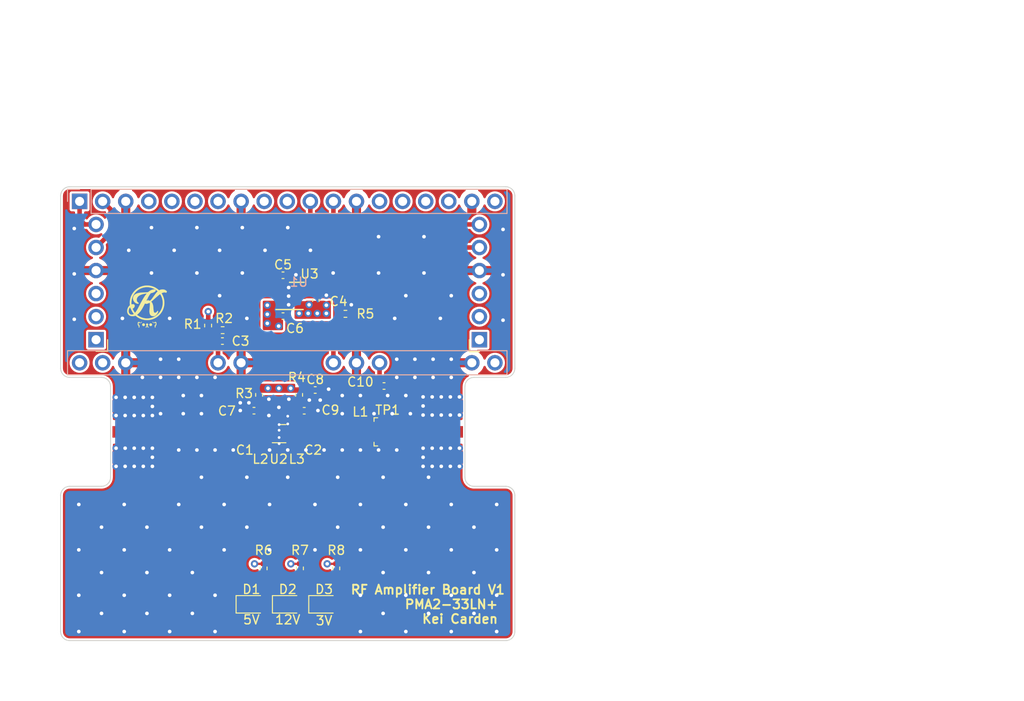
<source format=kicad_pcb>
(kicad_pcb (version 20211014) (generator pcbnew)
  (layers (0 "F.Cu" signal) (1 "In1.Cu" power) (2 "In2.Cu" power) (31 "B.Cu" signal) (34 "B.Paste" user) (35 "F.Paste" user) (36 "B.SilkS" user "B.Silkscreen") (37 "F.SilkS" user "F.Silkscreen") (38 "B.Mask" user) (39 "F.Mask" user) (44 "Edge.Cuts" user))
  (property "ISSUE_DATE" "ISSUE_DATE")
  (property "REVISION" "REVISION")
  (net 0 "")
  (net 1 "/RF Component/RF_{OUT}")
  (net 2 "Net-(J2-Pad1)")
  (net 3 "/RF Component/LNA-PWR")
  (net 4 "/Microcontroller/IN.RX")
  (net 5 "/Microcontroller/IN.TX")
  (net 6 "/Microcontroller/OUT.RX")
  (net 7 "/Microcontroller/OUT.TX")
  (net 8 "/Microcontroller/TEST")
  (net 13 "/Microcontroller/V_{measured}")
  (net 23 "GND")
  (net 24 "/RF Component/NOISE")
  (net 25 "/RF Component/OUT.3V")
  (net 26 "/RFIN1")
  (net 27 "/RFOUT1")
  (net 28 "/RF Component/RF_{IN}")
  (net 29 "/Microcontroller/IN.5V")
  (net 30 "/RF Component/REG.12V")
  (net 31 "Net-(D1-Pad2)")
  (net 32 "Net-(C9-Pad1)")
  (net 33 "/Microcontroller/CTRL")
  (net 34 "Net-(D2-Pad2)")
  (net 35 "Net-(D3-Pad2)")
  (footprint "Connector_PinSocket_2.54mm:PinSocket_1x06_P2.54mm_Horizontal" (layer "F.Cu") (at 146.1 66.85 180)
    (fp_text reference "J4" hide)
    (fp_text value "OUT")
    (pad "1" thru_hole rect locked (at 0 0 180) (size 1.7 1.7) (drill 1) (layers *.Cu *.Mask) (net 29 "/Microcontroller/IN.5V"))
    (pad "2" thru_hole oval locked (at 0 2.54 180) (size 1.7 1.7) (drill 1) (layers *.Cu *.Mask) (net 30 "/RF Component/REG.12V"))
    (pad "3" thru_hole oval locked (at 0 5.08 180) (size 1.7 1.7) (drill 1) (layers *.Cu *.Mask) (net 30 "/RF Component/REG.12V"))
    (pad "4" thru_hole oval locked (at 0 7.62 180) (size 1.7 1.7) (drill 1) (layers *.Cu *.Mask) (net 23 "GND"))
    (pad "5" thru_hole oval locked (at 0 10.16 180) (size 1.7 1.7) (drill 1) (layers *.Cu *.Mask) (net 7 "/Microcontroller/OUT.TX"))
    (pad "6" thru_hole oval locked (at 0 12.7 180) (size 1.7 1.7) (drill 1) (layers *.Cu *.Mask) (net 6 "/Microcontroller/OUT.RX"))
  )
  (footprint "LED_SMD:LED_0805_2012Metric" (layer "F.Cu") (at 125 96)
    (fp_text reference "D2" (at 0 -1.65) (layer "F.SilkS"))
    (fp_text value "12V-LED" hide)
    (pad "1" smd roundrect (at -0.9375 0) (size 0.975 1.4) (layers "F.Cu" "F.Paste" "F.Mask") (net 23 "GND"))
    (pad "2" smd roundrect (at 0.9375 0) (size 0.975 1.4) (layers "F.Cu" "F.Paste" "F.Mask") (net 34 "Net-(D2-Pad2)"))
  )
  (footprint "Resistor_SMD:R_0402_1005Metric" (layer "F.Cu") (at 126.25 72.925 -90)
    (fp_text reference "R4" (at -1.925 0.25) (layer "F.SilkS"))
    (fp_text value "10R")
    (pad "1" smd roundrect (at -0.51 0 270) (size 0.54 0.64) (layers "F.Cu" "F.Paste" "F.Mask") (net 25 "/RF Component/OUT.3V"))
    (pad "2" smd roundrect (at 0.51 0 270) (size 0.54 0.64) (layers "F.Cu" "F.Paste" "F.Mask") (net 32 "Net-(C9-Pad1)"))
  )
  (footprint "PicoRF:SMA_Male" (layer "F.Cu") (at 105.5 77 -90)
    (fp_text reference "J1" hide)
    (fp_text value "IN")
    (pad "1" smd rect locked (at 0 -2.2 270) (size 1.27 4) (layers "F.Cu" "F.Mask") (net 26 "/RFIN1"))
    (pad "2" smd rect locked (at 2.825 -2.2 270) (size 1.35 4) (layers "F.Cu" "F.Mask") (net 23 "GND"))
    (pad "2" smd rect locked (at -2.825 -2.2 270) (size 1.35 4) (layers "F.Cu" "F.Mask") (net 23 "GND"))
    (pad "2" smd rect locked (at -2.825 -2.2 270) (size 1.35 4) (layers "B.Cu" "B.Mask") (net 23 "GND"))
    (pad "2" smd rect locked (at 2.825 -2.2 270) (size 1.35 4) (layers "B.Cu" "B.Mask") (net 23 "GND"))
  )
  (footprint "Capacitor_SMD:C_0402_1005Metric" (layer "F.Cu") (at 128.1 62.52 90)
    (fp_text reference "C4" (at -0.107836 2.5 180) (layer "F.SilkS"))
    (fp_text value "1u" hide)
    (pad "1" smd roundrect (at -0.48 0 90) (size 0.56 0.62) (layers "F.Cu" "F.Paste" "F.Mask") (net 30 "/RF Component/REG.12V"))
    (pad "2" smd roundrect (at 0.48 0 90) (size 0.56 0.62) (layers "F.Cu" "F.Paste" "F.Mask") (net 23 "GND"))
  )
  (footprint "Capacitor_SMD:C_0402_1005Metric" (layer "F.Cu") (at 120.275 77)
    (fp_text reference "C1" (at 0 2) (layer "F.SilkS"))
    (fp_text value "100p" hide)
    (pad "1" smd roundrect (at -0.48 0) (size 0.56 0.62) (layers "F.Cu" "F.Paste" "F.Mask") (net 26 "/RFIN1"))
    (pad "2" smd roundrect (at 0.48 0) (size 0.56 0.62) (layers "F.Cu" "F.Paste" "F.Mask") (net 28 "/RF Component/RF_{IN}"))
  )
  (footprint "Logo:Logo" (layer "F.Cu") (at 109.5 63)
    (fp_text reference "G***" hide)
    (fp_text value "LOGO" hide)
  )
  (footprint "Resistor_SMD:R_0402_1005Metric" (layer "F.Cu") (at 116.235 65.29 -90)
    (fp_text reference "R1" (at -0.153641 1.7 180) (layer "F.SilkS"))
    (fp_text value "30k" hide)
    (pad "1" smd roundrect (at -0.51 0 270) (size 0.54 0.64) (layers "F.Cu" "F.Paste" "F.Mask") (net 30 "/RF Component/REG.12V"))
    (pad "2" smd roundrect (at 0.51 0 270) (size 0.54 0.64) (layers "F.Cu" "F.Paste" "F.Mask") (net 13 "/Microcontroller/V_{measured}"))
  )
  (footprint "PicoRF:MM8130-2600" (layer "F.Cu") (at 136 77)
    (fp_text reference "TP1" (at 0 -2.4 unlocked) (layer "F.SilkS"))
    (fp_text value "MM8130-2600")
    (pad "1" smd rect (at -1.16 0) (size 0.58 0.5) (layers "F.Cu" "F.Paste" "F.Mask") (net 27 "/RFOUT1"))
    (pad "2" smd rect (at 1.16 0) (size 0.58 0.5) (layers "F.Cu" "F.Paste" "F.Mask") (net 2 "Net-(J2-Pad1)"))
    (pad "3" smd rect (at 0.95 -1.025) (size 0.8 0.75) (layers "F.Cu" "F.Paste" "F.Mask") (net 23 "GND"))
    (pad "3" smd rect (at -0.95 1.025) (size 0.8 0.75) (layers "F.Cu" "F.Paste" "F.Mask") (net 23 "GND"))
    (pad "3" smd rect (at -0.95 -1.025) (size 0.8 0.75) (layers "F.Cu" "F.Paste" "F.Mask") (net 23 "GND"))
    (pad "3" smd rect (at 0.95 1.025) (size 0.8 0.75) (layers "F.Cu" "F.Paste" "F.Mask") (net 23 "GND"))
  )
  (footprint "LED_SMD:LED_0805_2012Metric" (layer "F.Cu") (at 129 96)
    (fp_text reference "D3" (at 0 -1.65) (layer "F.SilkS"))
    (fp_text value "3V-LED" hide)
    (pad "1" smd roundrect (at -0.9375 0) (size 0.975 1.4) (layers "F.Cu" "F.Paste" "F.Mask") (net 23 "GND"))
    (pad "2" smd roundrect (at 0.9375 0) (size 0.975 1.4) (layers "F.Cu" "F.Paste" "F.Mask") (net 35 "Net-(D3-Pad2)"))
  )
  (footprint "Capacitor_SMD:C_0402_1005Metric" (layer "F.Cu") (at 124.48 64.25)
    (fp_text reference "C6" (at 1.32 1.35) (layer "F.SilkS"))
    (fp_text value "10u" hide)
    (pad "1" smd roundrect (at -0.48 0) (size 0.56 0.62) (layers "F.Cu" "F.Paste" "F.Mask") (net 25 "/RF Component/OUT.3V"))
    (pad "2" smd roundrect (at 0.48 0) (size 0.56 0.62) (layers "F.Cu" "F.Paste" "F.Mask") (net 23 "GND"))
  )
  (footprint "Resistor_SMD:R_0402_1005Metric" (layer "F.Cu") (at 117.835 65.8)
    (fp_text reference "R2" (at 0.165 -1.3) (layer "F.SilkS"))
    (fp_text value "10k" hide)
    (pad "1" smd roundrect (at -0.51 0) (size 0.54 0.64) (layers "F.Cu" "F.Paste" "F.Mask") (net 13 "/Microcontroller/V_{measured}"))
    (pad "2" smd roundrect (at 0.51 0) (size 0.54 0.64) (layers "F.Cu" "F.Paste" "F.Mask") (net 23 "GND"))
  )
  (footprint "PicoRF:MC1631-1-8-1EP_2x2mm_P0.5mm" (layer "F.Cu") (at 124.1 77.2)
    (fp_text reference "U2" (at -0.1 2.8 unlocked) (layer "F.SilkS"))
    (fp_text value "PMA2-33LN+" hide)
    (pad "1" smd roundrect (at -1 -0.75) (size 0.8 0.25) (layers "F.Cu" "F.Paste" "F.Mask") (net 3 "/RF Component/LNA-PWR"))
    (pad "2" smd roundrect (at -1 -0.25) (size 0.8 0.25) (layers "F.Cu" "F.Paste" "F.Mask") (net 28 "/RF Component/RF_{IN}"))
    (pad "3" smd roundrect (at -1 0.25) (size 0.8 0.25) (layers "F.Cu" "F.Paste" "F.Mask") (net 23 "GND"))
    (pad "4" smd roundrect (at -1 0.75) (size 0.8 0.25) (layers "F.Cu" "F.Paste" "F.Mask") (net 23 "GND"))
    (pad "5" smd roundrect (at 0.9 0.75) (size 0.8 0.25) (layers "F.Cu" "F.Paste" "F.Mask") (net 23 "GND"))
    (pad "6" smd roundrect (at 0.9 0.25) (size 0.8 0.25) (layers "F.Cu" "F.Paste" "F.Mask") (net 23 "GND"))
    (pad "7" smd roundrect (at 0.9 -0.25) (size 0.8 0.25) (layers "F.Cu" "F.Paste" "F.Mask") (net 1 "/RF Component/RF_{OUT}"))
    (pad "8" smd roundrect (at 0.9 -0.75) (size 0.8 0.25) (layers "F.Cu" "F.Paste" "F.Mask") (net 23 "GND"))
    (pad "P" smd custom (at -0.05 0) (size 0.35 0.25) (layers "F.Cu" "F.Paste" "F.Mask") (net 23 "GND") (clearance 0.1) (options (clearance outline) (anchor rect)) (primitives (gr_poly (pts (xy 0 -0.625) (xy 0.325 -0.625) (xy 0.325 0.625) (xy -0.325 0.625) (xy -0.325 -0.375)) (width 0) (fill yes))))
  )
  (footprint "Resistor_SMD:R_0402_1005Metric" (layer "F.Cu") (at 121.85 72.925 -90)
    (fp_text reference "R3" (at -0.153641 1.65) (layer "F.SilkS"))
    (fp_text value "4k02")
    (pad "1" smd roundrect (at -0.51 0 270) (size 0.54 0.64) (layers "F.Cu" "F.Paste" "F.Mask") (net 25 "/RF Component/OUT.3V"))
    (pad "2" smd roundrect (at 0.51 0 270) (size 0.54 0.64) (layers "F.Cu" "F.Paste" "F.Mask") (net 3 "/RF Component/LNA-PWR"))
  )
  (footprint "PicoRF:SSOP5-P-0.95" (layer "F.Cu") (at 125.2 62.025 180)
    (fp_text reference "U3" (at -2.2 2.425 unlocked) (layer "F.SilkS"))
    (fp_text value "TAR5SB30" hide)
    (pad "1" smd rect (at -1.2 -0.975 180) (size 1 0.6) (layers "F.Cu" "F.Paste" "F.Mask") (net 30 "/RF Component/REG.12V"))
    (pad "2" smd rect (at -1.2 -0.025 180) (size 1 0.6) (layers "F.Cu" "F.Paste" "F.Mask") (net 23 "GND"))
    (pad "3" smd rect (at -1.2 0.925 180) (size 1 0.6) (layers "F.Cu" "F.Paste" "F.Mask") (net 33 "/Microcontroller/CTRL"))
    (pad "4" smd rect (at 1.2 0.925 180) (size 1 0.6) (layers "F.Cu" "F.Paste" "F.Mask") (net 24 "/RF Component/NOISE"))
    (pad "5" smd rect (at 1.2 -0.975 180) (size 1 0.6) (layers "F.Cu" "F.Paste" "F.Mask") (net 25 "/RF Component/OUT.3V"))
  )
  (footprint "Capacitor_SMD:C_0402_1005Metric" (layer "F.Cu") (at 126.815 74.675)
    (fp_text reference "C9" (at 2.885 -0.075) (layer "F.SilkS"))
    (fp_text value "33p")
    (pad "1" smd roundrect (at -0.48 0) (size 0.56 0.62) (layers "F.Cu" "F.Paste" "F.Mask") (net 32 "Net-(C9-Pad1)"))
    (pad "2" smd roundrect (at 0.48 0) (size 0.56 0.62) (layers "F.Cu" "F.Paste" "F.Mask") (net 23 "GND"))
  )
  (footprint "Inductor_SMD:L_0402_1005Metric" (layer "F.Cu") (at 132.99 76.51 90)
    (fp_text reference "L1" (at 1.71 0.01) (layer "F.SilkS"))
    (fp_text value "47n" hide)
    (pad "1" smd roundrect (at -0.485 0 90) (size 0.59 0.64) (layers "F.Cu" "F.Paste" "F.Mask") (net 27 "/RFOUT1"))
    (pad "2" smd roundrect (at 0.485 0 90) (size 0.59 0.64) (layers "F.Cu" "F.Paste" "F.Mask") (net 8 "/Microcontroller/TEST"))
  )
  (footprint "Connector_PinHeader_2.54mm:PinHeader_1x06_P2.54mm_Horizontal" (layer "F.Cu") (at 103.9 66.85 180)
    (fp_text reference "J3" hide)
    (fp_text value "IN")
    (pad "1" thru_hole rect locked (at 0 0 180) (size 1.7 1.7) (drill 1) (layers *.Cu *.Mask) (net 29 "/Microcontroller/IN.5V"))
    (pad "2" thru_hole oval locked (at 0 2.54 180) (size 1.7 1.7) (drill 1) (layers *.Cu *.Mask) (net 30 "/RF Component/REG.12V"))
    (pad "3" thru_hole oval locked (at 0 5.08 180) (size 1.7 1.7) (drill 1) (layers *.Cu *.Mask) (net 30 "/RF Component/REG.12V"))
    (pad "4" thru_hole oval locked (at 0 7.62 180) (size 1.7 1.7) (drill 1) (layers *.Cu *.Mask) (net 23 "GND"))
    (pad "5" thru_hole oval locked (at 0 10.16 180) (size 1.7 1.7) (drill 1) (layers *.Cu *.Mask) (net 4 "/Microcontroller/IN.RX"))
    (pad "6" thru_hole oval locked (at 0 12.7 180) (size 1.7 1.7) (drill 1) (layers *.Cu *.Mask) (net 5 "/Microcontroller/IN.TX"))
  )
  (footprint "Capacitor_SMD:C_0402_1005Metric" (layer "F.Cu") (at 135.6 71.95)
    (fp_text reference "C10" (at -2.6 -0.45) (layer "F.SilkS"))
    (fp_text value "1n")
    (pad "1" smd roundrect (at -0.48 0) (size 0.56 0.62) (layers "F.Cu" "F.Paste" "F.Mask") (net 8 "/Microcontroller/TEST"))
    (pad "2" smd roundrect (at 0.48 0) (size 0.56 0.62) (layers "F.Cu" "F.Paste" "F.Mask") (net 23 "GND"))
  )
  (footprint "Inductor_SMD:L_0402_1005Metric" (layer "F.Cu") (at 126.25 76.425 -90)
    (fp_text reference "L3" (at 3.575 0.25) (layer "F.SilkS"))
    (fp_text value "33n")
    (pad "1" smd roundrect (at -0.485 0 270) (size 0.59 0.64) (layers "F.Cu" "F.Paste" "F.Mask") (net 32 "Net-(C9-Pad1)"))
    (pad "2" smd roundrect (at 0.485 0 270) (size 0.59 0.64) (layers "F.Cu" "F.Paste" "F.Mask") (net 1 "/RF Component/RF_{OUT}"))
  )
  (footprint "Inductor_SMD:L_0402_1005Metric" (layer "F.Cu") (at 121.85 76.425 -90)
    (fp_text reference "L2" (at 3.575 -0.15) (layer "F.SilkS"))
    (fp_text value "33n" hide)
    (pad "1" smd roundrect (at -0.485 0 270) (size 0.59 0.64) (layers "F.Cu" "F.Paste" "F.Mask") (net 3 "/RF Component/LNA-PWR"))
    (pad "2" smd roundrect (at 0.485 0 270) (size 0.59 0.64) (layers "F.Cu" "F.Paste" "F.Mask") (net 28 "/RF Component/RF_{IN}"))
  )
  (footprint "PicoRF:SMA_Female" (layer "F.Cu") (at 144.5 77 90)
    (fp_text reference "J2" hide)
    (fp_text value "OUT")
    (pad "1" smd rect locked (at 0 -2.2 90) (size 1.27 4) (layers "F.Cu" "F.Mask") (net 2 "Net-(J2-Pad1)"))
    (pad "2" smd rect locked (at -2.825 -2.2 90) (size 1.35 4) (layers "F.Cu" "F.Mask") (net 23 "GND"))
    (pad "2" smd rect locked (at 2.825 -2.2 90) (size 1.35 4) (layers "F.Cu" "F.Mask") (net 23 "GND"))
    (pad "2" smd rect locked (at 2.825 -2.2 90) (size 1.35 4) (layers "B.Cu" "B.Mask") (net 23 "GND"))
    (pad "2" smd rect locked (at -2.825 -2.2 90) (size 1.35 4) (layers "B.Cu" "B.Mask") (net 23 "GND"))
  )
  (footprint "Resistor_SMD:R_0402_1005Metric" (layer "F.Cu") (at 130.3425 92.04 -90)
    (fp_text reference "R8" (at -2 0) (layer "F.SilkS"))
    (fp_text value "47" hide)
    (pad "1" smd roundrect (at -0.51 0 270) (size 0.54 0.64) (layers "F.Cu" "F.Paste" "F.Mask") (net 25 "/RF Component/OUT.3V"))
    (pad "2" smd roundrect (at 0.51 0 270) (size 0.54 0.64) (layers "F.Cu" "F.Paste" "F.Mask") (net 35 "Net-(D3-Pad2)"))
  )
  (footprint "Resistor_SMD:R_0402_1005Metric" (layer "F.Cu") (at 131.35 64)
    (fp_text reference "R5" (at 2.2 0) (layer "F.SilkS"))
    (fp_text value "10k" hide)
    (pad "1" smd roundrect (at -0.51 0) (size 0.54 0.64) (layers "F.Cu" "F.Paste" "F.Mask") (net 33 "/Microcontroller/CTRL"))
    (pad "2" smd roundrect (at 0.51 0) (size 0.54 0.64) (layers "F.Cu" "F.Paste" "F.Mask") (net 23 "GND"))
  )
  (footprint "Resistor_SMD:R_0402_1005Metric" (layer "F.Cu") (at 122.3425 92.04 90)
    (fp_text reference "R6" (at 2 0) (layer "F.SilkS"))
    (fp_text value "150" hide)
    (pad "1" smd roundrect (at -0.51 0 90) (size 0.54 0.64) (layers "F.Cu" "F.Paste" "F.Mask") (net 31 "Net-(D1-Pad2)"))
    (pad "2" smd roundrect (at 0.51 0 90) (size 0.54 0.64) (layers "F.Cu" "F.Paste" "F.Mask") (net 29 "/Microcontroller/IN.5V"))
  )
  (footprint "Capacitor_SMD:C_0402_1005Metric" (layer "F.Cu") (at 121.285 74.67)
    (fp_text reference "C7" (at -2.985 0.03) (layer "F.SilkS"))
    (fp_text value "4u7" hide)
    (pad "1" smd roundrect (at -0.48 0) (size 0.56 0.62) (layers "F.Cu" "F.Paste" "F.Mask") (net 23 "GND"))
    (pad "2" smd roundrect (at 0.48 0) (size 0.56 0.62) (layers "F.Cu" "F.Paste" "F.Mask") (net 3 "/RF Component/LNA-PWR"))
  )
  (footprint "Capacitor_SMD:C_0402_1005Metric" (layer "F.Cu") (at 117.81 67)
    (fp_text reference "C3" (at 2 0) (layer "F.SilkS"))
    (fp_text value "10n" hide)
    (pad "1" smd roundrect (at -0.48 0) (size 0.56 0.62) (layers "F.Cu" "F.Paste" "F.Mask") (net 13 "/Microcontroller/V_{measured}"))
    (pad "2" smd roundrect (at 0.48 0) (size 0.56 0.62) (layers "F.Cu" "F.Paste" "F.Mask") (net 23 "GND"))
  )
  (footprint "LED_SMD:LED_0805_2012Metric" (layer "F.Cu") (at 121 96)
    (fp_text reference "D1" (at 0 -1.65) (layer "F.SilkS"))
    (fp_text value "5V-LED" hide)
    (pad "1" smd roundrect (at -0.9375 0) (size 0.975 1.4) (layers "F.Cu" "F.Paste" "F.Mask") (net 23 "GND"))
    (pad "2" smd roundrect (at 0.9375 0) (size 0.975 1.4) (layers "F.Cu" "F.Paste" "F.Mask") (net 31 "Net-(D1-Pad2)"))
  )
  (footprint "Resistor_SMD:R_0402_1005Metric" (layer "F.Cu") (at 126.3425 92.04 90)
    (fp_text reference "R7" (at 2 0 180) (layer "F.SilkS"))
    (fp_text value "499" hide)
    (pad "1" smd roundrect (at -0.51 0 90) (size 0.54 0.64) (layers "F.Cu" "F.Paste" "F.Mask") (net 34 "Net-(D2-Pad2)"))
    (pad "2" smd roundrect (at 0.51 0 90) (size 0.54 0.64) (layers "F.Cu" "F.Paste" "F.Mask") (net 30 "/RF Component/REG.12V"))
  )
  (footprint "Capacitor_SMD:C_0402_1005Metric" (layer "F.Cu") (at 124.48 59.75)
    (fp_text reference "C5" (at 0 -1.16) (layer "F.SilkS"))
    (fp_text value "10n" hide)
    (pad "1" smd roundrect (at -0.48 0) (size 0.56 0.62) (layers "F.Cu" "F.Paste" "F.Mask") (net 24 "/RF Component/NOISE"))
    (pad "2" smd roundrect (at 0.48 0) (size 0.56 0.62) (layers "F.Cu" "F.Paste" "F.Mask") (net 23 "GND"))
  )
  (footprint "Capacitor_SMD:C_0402_1005Metric" (layer "F.Cu") (at 128.025 72.39)
    (fp_text reference "C8" (at 0 -1.16) (layer "F.SilkS"))
    (fp_text value "4u7")
    (pad "1" smd roundrect (at -0.48 0) (size 0.56 0.62) (layers "F.Cu" "F.Paste" "F.Mask") (net 25 "/RF Component/OUT.3V"))
    (pad "2" smd roundrect (at 0.48 0) (size 0.56 0.62) (layers "F.Cu" "F.Paste" "F.Mask") (net 23 "GND"))
  )
  (footprint "Capacitor_SMD:C_0402_1005Metric" (layer "F.Cu") (at 127.805 77)
    (fp_text reference "C2" (at 0 2) (layer "F.SilkS"))
    (fp_text value "100p" hide)
    (pad "1" smd roundrect (at -0.48 0) (size 0.56 0.62) (layers "F.Cu" "F.Paste" "F.Mask") (net 1 "/RF Component/RF_{OUT}"))
    (pad "2" smd roundrect (at 0.48 0) (size 0.56 0.62) (layers "F.Cu" "F.Paste" "F.Mask") (net 27 "/RFOUT1"))
  )
  (footprint "PicoRF:Pico" (layer "B.Cu") (at 126.2175 60.5 -90)
    (fp_text reference "U1" (at 0 0 180) (layer "B.SilkS") (effects (justify mirror)))
    (fp_text value "Pico")
    (pad "1" thru_hole rect locked (at -8.89 24.13 270) (size 1.7 1.7) (drill 1) (layers *.Cu *.Mask) (net 5 "/Microcontroller/IN.TX"))
    (pad "2" thru_hole oval locked (at -8.89 21.59 270) (size 1.7 1.7) (drill 1) (layers *.Cu *.Mask) (net 4 "/Microcontroller/IN.RX"))
    (pad "3" thru_hole oval locked (at -8.89 19.05 270) (size 1.7 1.7) (drill 1) (layers *.Cu *.Mask) (net 23 "GND"))
    (pad "4" thru_hole oval locked (at -8.89 16.51 270) (size 1.7 1.7) (drill 1) (layers *.Cu *.Mask))
    (pad "5" thru_hole oval locked (at -8.89 13.97 270) (size 1.7 1.7) (drill 1) (layers *.Cu *.Mask))
    (pad "6" thru_hole oval locked (at -8.89 11.43 270) (size 1.7 1.7) (drill 1) (layers *.Cu *.Mask))
    (pad "7" thru_hole oval locked (at -8.89 8.89 270) (size 1.7 1.7) (drill 1) (layers *.Cu *.Mask))
    (pad "8" thru_hole oval locked (at -8.89 6.35 270) (size 1.7 1.7) (drill 1) (layers *.Cu *.Mask) (net 23 "GND"))
    (pad "9" thru_hole oval locked (at -8.89 3.81 270) (size 1.7 1.7) (drill 1) (layers *.Cu *.Mask))
    (pad "10" thru_hole oval locked (at -8.89 1.27 270) (size 1.7 1.7) (drill 1) (layers *.Cu *.Mask))
    (pad "11" thru_hole oval locked (at -8.89 -1.27 270) (size 1.7 1.7) (drill 1) (layers *.Cu *.Mask) (net 7 "/Microcontroller/OUT.TX"))
    (pad "12" thru_hole oval locked (at -8.89 -3.81 270) (size 1.7 1.7) (drill 1) (layers *.Cu *.Mask) (net 6 "/Microcontroller/OUT.RX"))
    (pad "13" thru_hole oval locked (at -8.89 -6.35 270) (size 1.7 1.7) (drill 1) (layers *.Cu *.Mask) (net 23 "GND"))
    (pad "14" thru_hole oval locked (at -8.89 -8.89 270) (size 1.7 1.7) (drill 1) (layers *.Cu *.Mask))
    (pad "15" thru_hole oval locked (at -8.89 -11.43 270) (size 1.7 1.7) (drill 1) (layers *.Cu *.Mask))
    (pad "16" thru_hole oval locked (at -8.89 -13.97 270) (size 1.7 1.7) (drill 1) (layers *.Cu *.Mask))
    (pad "17" thru_hole oval locked (at -8.89 -16.51 270) (size 1.7 1.7) (drill 1) (layers *.Cu *.Mask))
    (pad "18" thru_hole oval locked (at -8.89 -19.05 270) (size 1.7 1.7) (drill 1) (layers *.Cu *.Mask) (net 23 "GND"))
    (pad "19" thru_hole oval locked (at -8.89 -21.59 270) (size 1.7 1.7) (drill 1) (layers *.Cu *.Mask))
    (pad "22" thru_hole oval locked (at 8.89 -21.59 270) (size 1.7 1.7) (drill 1) (layers *.Cu *.Mask))
    (pad "23" thru_hole oval locked (at 8.89 -19.05 270) (size 1.7 1.7) (drill 1) (layers *.Cu *.Mask) (net 23 "GND"))
    (pad "27" thru_hole oval locked (at 8.89 -8.89 270) (size 1.7 1.7) (drill 1) (layers *.Cu *.Mask) (net 8 "/Microcontroller/TEST"))
    (pad "28" thru_hole oval locked (at 8.89 -6.35 270) (size 1.7 1.7) (drill 1) (layers *.Cu *.Mask) (net 23 "GND"))
    (pad "29" thru_hole oval locked (at 8.89 -3.81 270) (size 1.7 1.7) (drill 1) (layers *.Cu *.Mask) (net 33 "/Microcontroller/CTRL"))
    (pad "33" thru_hole oval locked (at 8.89 6.35 270) (size 1.7 1.7) (drill 1) (layers *.Cu *.Mask) (net 23 "GND"))
    (pad "34" thru_hole oval locked (at 8.89 8.89 270) (size 1.7 1.7) (drill 1) (layers *.Cu *.Mask) (net 13 "/Microcontroller/V_{measured}"))
    (pad "38" thru_hole oval locked (at 8.89 19.05 270) (size 1.7 1.7) (drill 1) (layers *.Cu *.Mask) (net 23 "GND"))
    (pad "39" thru_hole oval locked (at 8.89 21.59 270) (size 1.7 1.7) (drill 1) (layers *.Cu *.Mask) (net 29 "/Microcontroller/IN.5V"))
    (pad "40" thru_hole oval locked (at 8.89 24.13 270) (size 1.7 1.7) (drill 1) (layers *.Cu *.Mask))
  )
  (gr_arc locked (start 105.492893 82) (mid 105.2 82.707107) (end 104.492893 83) (layer "Edge.Cuts") (width 0.1))
  (gr_line locked (start 101 83) (end 104.492893 83) (layer "Edge.Cuts") (width 0.1))
  (gr_arc locked (start 104.492893 71) (mid 105.2 71.292893) (end 105.492893 72) (layer "Edge.Cuts") (width 0.1))
  (gr_arc locked (start 100 51) (mid 100.292893 50.292893) (end 101 50) (layer "Edge.Cuts") (width 0.1))
  (gr_arc locked (start 145.507107 83) (mid 144.8 82.707107) (end 144.507107 82) (layer "Edge.Cuts") (width 0.1))
  (gr_line locked (start 104.492893 71) (end 101 71) (layer "Edge.Cuts") (width 0.1))
  (gr_line locked (start 149 100) (end 101 100) (layer "Edge.Cuts") (width 0.1))
  (gr_arc locked (start 150 99) (mid 149.707107 99.707107) (end 149 100) (layer "Edge.Cuts") (width 0.1))
  (gr_line locked (start 144.5 82) (end 144.5 72) (layer "Edge.Cuts") (width 0.1))
  (gr_arc locked (start 100 84) (mid 100.292893 83.292893) (end 101 83) (layer "Edge.Cuts") (width 0.1))
  (gr_line locked (start 150 51) (end 150 70) (layer "Edge.Cuts") (width 0.1))
  (gr_arc locked (start 149 83) (mid 149.707107 83.292893) (end 150 84) (layer "Edge.Cuts") (width 0.1))
  (gr_arc locked (start 101 100) (mid 100.292893 99.707107) (end 100 99) (layer "Edge.Cuts") (width 0.1))
  (gr_line locked (start 101 50) (end 149 50) (layer "Edge.Cuts") (width 0.1))
  (gr_arc locked (start 101 71) (mid 100.292893 70.707107) (end 100 70) (layer "Edge.Cuts") (width 0.1))
  (gr_arc locked (start 149 50) (mid 149.707107 50.292893) (end 150 51) (layer "Edge.Cuts") (width 0.1))
  (gr_line locked (start 100 70) (end 100 51) (layer "Edge.Cuts") (width 0.1))
  (gr_line locked (start 150 99) (end 150 84) (layer "Edge.Cuts") (width 0.1))
  (gr_line locked (start 149 83) (end 145.507107 83) (layer "Edge.Cuts") (width 0.1))
  (gr_arc locked (start 144.507107 72) (mid 144.8 71.292893) (end 145.507107 71) (layer "Edge.Cuts") (width 0.1))
  (gr_line locked (start 105.5 82) (end 105.5 72) (layer "Edge.Cuts") (width 0.1))
  (gr_line locked (start 145.507107 71) (end 149 71) (layer "Edge.Cuts") (width 0.1))
  (gr_arc locked (start 150 70) (mid 149.707107 70.707107) (end 149 71) (layer "Edge.Cuts") (width 0.1))
  (gr_line locked (start 100 84) (end 100 99) (layer "Edge.Cuts") (width 0.1))
  (gr_text "RF Amplifier Board V1\nPMA2-33LN+ \nKei Carden " (at 149 96) (layer "F.SilkS") (effects (font (size 1 1) (thickness 0.2)) (justify right)))
  (gr_text "5V" (at 121 97.7) (layer "F.SilkS") (effects (font (size 1 1))))
  (gr_text "12V" (at 125 97.7) (layer "F.SilkS") (effects (font (size 1 1))))
  (gr_text "3V" (at 129 97.8) (layer "F.SilkS") (effects (font (size 1 1))))
  (segment (start 127.325 77) (end 126.34 77) (width 0.368) (layer "F.Cu") (net 1))
  (segment (start 126.34 77) (end 126.25 76.91) (width 0.368) (layer "F.Cu") (net 1))
  (segment (start 126.25 77) (end 126.24 77.01) (width 0.368) (layer "F.Cu") (net 1))
  (segment (start 137.16 77) (end 142.3 77) (width 0.368) (layer "F.Cu") (net 2))
  (segment (start 121.8525 75.85) (end 121.85 75.8525) (width 0.5) (layer "F.Cu") (net 3))
  (segment (start 121.8525 74.67) (end 121.8525 75.85) (width 0.6) (layer "F.Cu") (net 3))
  (segment (start 121.85 73.5225) (end 121.85 74.6675) (width 0.6) (layer "F.Cu") (net 3))
  (segment (start 121.85 74.6675) (end 121.8525 74.67) (width 0.5) (layer "F.Cu") (net 3))
  (segment (start 105.5 52.4825) (end 104.6275 51.61) (width 0.5) (layer "F.Cu") (net 4))
  (segment (start 103.9 56.69) (end 105.5 55.09) (width 0.5) (layer "F.Cu") (net 4))
  (segment (start 105.5 55.09) (end 105.5 52.4825) (width 0.5) (layer "F.Cu") (net 4))
  (segment (start 102.65 54.15) (end 103.9 54.15) (width 0.5) (layer "F.Cu") (net 5))
  (segment (start 102.0875 53.5875) (end 102.65 54.15) (width 0.5) (layer "F.Cu") (net 5))
  (segment (start 102.0875 51.61) (end 102.0875 53.5875) (width 0.5) (layer "F.Cu") (net 5))
  (segment (start 130.0275 51.61) (end 130.0275 53.0275) (width 0.5) (layer "F.Cu") (net 6))
  (segment (start 130.0275 53.0275) (end 131.15 54.15) (width 0.5) (layer "F.Cu") (net 6))
  (segment (start 131.15 54.15) (end 146.1 54.15) (width 0.5) (layer "F.Cu") (net 6))
  (segment (start 127.4875 51.61) (end 127.4875 52.9875) (width 0.5) (layer "F.Cu") (net 7))
  (segment (start 131.19 56.69) (end 146.1 56.69) (width 0.5) (layer "F.Cu") (net 7))
  (segment (start 127.4875 52.9875) (end 131.19 56.69) (width 0.5) (layer "F.Cu") (net 7))
  (segment (start 135.1075 69.39) (end 135.1075 72.3925) (width 0.5) (layer "F.Cu") (net 8))
  (segment (start 135.1075 72.3925) (end 132.99 74.51) (width 0.5) (layer "F.Cu") (net 8))
  (segment (start 132.99 74.51) (end 132.99 75.75) (width 0.5) (layer "F.Cu") (net 8))
  (segment (start 116.235 65.8) (end 117.325 65.8) (width 0.5) (layer "F.Cu") (net 13))
  (segment (start 117.3275 69.39) (end 117.3275 65.8025) (width 0.5) (layer "F.Cu") (net 13))
  (segment (start 117.3275 65.8025) (end 117.325 65.8) (width 0.5) (layer "F.Cu") (net 13))
  (via (at 104.5 92.5) (size 0.8) (drill 0.4) (layers "F.Cu" "B.Cu") (net 23))
  (via (at 122.925 73.4) (size 0.8) (drill 0.4) (layers "F.Cu" "B.Cu") (net 23))
  (via (at 130.5 87.5) (size 0.8) (drill 0.4) (layers "F.Cu" "B.Cu") (net 23))
  (via (at 115.5 75) (size 0.8) (drill 0.4) (layers "F.Cu" "B.Cu") (net 23))
  (via (at 101.5 54.6) (size 0.8) (drill 0.4) (layers "F.Cu" "B.Cu") (net 23))
  (via (at 129.5 72.3) (size 0.8) (drill 0.4) (layers "F.Cu" "B.Cu") (net 23))
  (via (at 139.9 75.15) (size 0.8) (drill 0.4) (layers "F.Cu" "B.Cu") (net 23))
  (via (at 102 95) (size 0.8) (drill 0.4) (layers "F.Cu" "B.Cu") (net 23))
  (via (at 138 99) (size 0.8) (drill 0.4) (layers "F.Cu" "B.Cu") (net 23))
  (via (at 115 71) (size 0.8) (drill 0.4) (layers "F.Cu" "B.Cu") (net 23))
  (via (at 110 59.5) (size 0.8) (drill 0.4) (layers "F.Cu" "B.Cu") (net 23))
  (via (at 128.575 73.5) (size 0.8) (drill 0.4) (layers "F.Cu" "B.Cu") (net 23))
  (via (at 109.5 92.5) (size 0.8) (drill 0.4) (layers "F.Cu" "B.Cu") (net 23))
  (via (at 135.5 87.5) (size 0.8) (drill 0.4) (layers "F.Cu" "B.Cu") (net 23))
  (via (at 115.5 73) (size 0.8) (drill 0.4) (layers "F.Cu" "B.Cu") (net 23))
  (via (at 110.1 75.2) (size 0.8) (drill 0.4) (layers "F.Cu" "B.Cu") (net 23))
  (via (at 133 99) (size 0.8) (drill 0.4) (layers "F.Cu" "B.Cu") (net 23))
  (via (at 125.9 59.7) (size 0.8) (drill 0.4) (layers "F.Cu" "B.Cu") (net 23))
  (via (at 143 95) (size 0.8) (drill 0.4) (layers "F.Cu" "B.Cu") (net 23))
  (via (at 109.5 97) (size 0.8) (drill 0.4) (layers "F.Cu" "B.Cu") (net 23))
  (via (at 124.05 78.3) (size 0.5) (drill 0.3) (layers "F.Cu" "B.Cu") (net 23))
  (via (at 125 75.275) (size 0.5) (drill 0.3) (layers "F.Cu" "B.Cu") (net 23))
  (via (at 128 90) (size 0.8) (drill 0.4) (layers "F.Cu" "B.Cu") (net 23))
  (via (at 122.5 57) (size 0.8) (drill 0.4) (layers "F.Cu" "B.Cu") (net 23))
  (via (at 135 59.5) (size 0.8) (drill 0.4) (layers "F.Cu" "B.Cu") (net 23))
  (via (at 124.05 76.2) (size 0.5) (drill 0.3) (layers "F.Cu" "B.Cu") (net 23))
  (via (at 140 55.5) (size 0.8) (drill 0.4) (layers "F.Cu" "B.Cu") (net 23))
  (via (at 109.5 87.5) (size 0.8) (drill 0.4) (layers "F.Cu" "B.Cu") (net 23))
  (via (at 148 99) (size 0.8) (drill 0.4) (layers "F.Cu" "B.Cu") (net 23))
  (via (at 133 85) (size 0.8) (drill 0.4) (layers "F.Cu" "B.Cu") (net 23))
  (via (at 138 73) (size 0.8) (drill 0.4) (layers "F.Cu" "B.Cu") (net 23))
  (via (at 108.1 80.8) (size 0.8) (drill 0.4) (layers "F.Cu" "B.Cu") (net 23))
  (via (at 101.5 59.6) (size 0.8) (drill 0.4) (layers "F.Cu" "B.Cu") (net 23))
  (via (at 110.1 80.8) (size 0.8) (drill 0.4) (layers "F.Cu" "B.Cu") (net 23))
  (via (at 106.1 75.2) (size 0.8) (drill 0.4) (layers "F.Cu" "B.Cu") (net 23))
  (via (at 113 79) (size 0.8) (drill 0.4) (layers "F.Cu" "B.Cu") (net 23))
  (via (at 117 99) (size 0.8) (drill 0.4) (layers "F.Cu" "B.Cu") (net 23))
  (via (at 143 62) (size 0.8) (drill 0.4) (layers "F.Cu" "B.Cu") (net 23))
  (via (at 133 95) (size 0.8) (drill 0.4) (layers "F.Cu" "B.Cu") (net 23))
  (via (at 119.775 73.8) (size 0.8) (drill 0.4) (layers "F.Cu" "B.Cu") (net 23))
  (via (at 110.1 73.2) (size 0.8) (drill 0.4) (layers "F.Cu" "B.Cu") (net 23))
  (via (at 140.5 97) (size 0.8) (drill 0.4) (layers "F.Cu" "B.Cu") (net 23))
  (via (at 106.1 80.8) (size 0.8) (drill 0.4) (layers "F.Cu" "B.Cu") (net 23))
  (via (at 107 85) (size 0.8) (drill 0.4) (layers "F.Cu" "B.Cu") (net 23))
  (via (at 140.9 78.8) (size 0.8) (drill 0.4) (layers "F.Cu" "B.Cu") (net 23))
  (via (at 111 69) (size 0.8) (drill 0.4) (layers "F.Cu" "B.Cu") (net 23))
  (via (at 138.5 75) (size 0.8) (drill 0.4) (layers "F.Cu" "B.Cu") (net 23))
  (via (at 117 95) (size 0.8) (drill 0.4) (layers "F.Cu" "B.Cu") (net 23))
  (via (at 127.375 73.5) (size 0.8) (drill 0.4) (layers "F.Cu" "B.Cu") (net 23))
  (via (at 133 90) (size 0.8) (drill 0.4) (layers "F.Cu" "B.Cu") (net 23))
  (via (at 111 71) (size 0.8) (drill 0.4) (layers "F.Cu" "B.Cu") (net 23))
  (via (at 109.1 80.8) (size 0.8) (drill 0.4) (layers "F.Cu" "B.Cu") (net 23))
  (via (at 107.1 73.2) (size 0.8) (drill 0.4) (layers "F.Cu" "B.Cu") (net 23))
  (via (at 125 79) (size 0.8) (drill 0.4) (layers "F.Cu" "B.Cu") (net 23))
  (via (at 117 71) (size 0.8) (drill 0.4) (layers "F.Cu" "B.Cu") (net 23))
  (via (at 115 59.5) (size 0.8) (drill 0.4) (layers "F.Cu" "B.Cu") (net 23))
  (via (at 107.1 78.8) (size 0.8) (drill 0.4) (layers "F.Cu" "B.Cu") (net 23))
  (via (at 138 62) (size 0.8) (drill 0.4) (layers "F.Cu" "B.Cu") (net 23))
  (via (at 113 71) (size 0.8) (drill 0.4) (layers "F.Cu" "B.Cu") (net 23))
  (via (at 118 90) (size 0.8) (drill 0.4) (layers "F.Cu" "B.Cu") (net 23))
  (via (at 141 69) (size 0.8) (drill 0.4) (layers "F.Cu" "B.Cu") (net 23))
  (via (at 143.9 73.15) (size 0.8) (drill 0.4) (layers "F.Cu" "B.Cu") (net 23))
  (via (at 135.5 97) (size 0.8) (drill 0.4) (layers "F.Cu" "B.Cu") (net 23))
  (via (at 137 69) (size 0.8) (drill 0.4) (layers "F.Cu" "B.Cu") (net 23))
  (via (at 148.7 59.7) (size 0.8) (drill 0.4) (layers "F.Cu" "B.Cu") (net 23))
  (via (at 139 69) (size 0.8) (drill 0.4) (layers "F.Cu" "B.Cu") (net 23))
  (via (at 145.5 87.5) (size 0.8) (drill 0.4) (layers "F.Cu" "B.Cu") (net 23))
  (via (at 113.5 73) (size 0.8) (drill 0.4) (layers "F.Cu" "B.Cu") (net 23))
  (via (at 143 69) (size 0.8) (drill 0.4) (layers "F.Cu" "B.Cu") (net 23))
  (via (at 138 90) (size 0.8) (drill 0.4) (layers "F.Cu" "B.Cu") (net 23))
  (via (at 124.05 76.825) (size 0.5) (drill 0.3) (layers "F.Cu" "B.Cu") (net 23))
  (via (at 115.5 82) (size 0.8) (drill 0.4) (layers "F.Cu" "B.Cu") (net 23))
  (via (at 119.775 74.65) (size 0.8) (drill 0.4) (layers "F.Cu" "B.Cu") (net 23))
  (via (at 148 90) (size 0.8) (drill 0.4) (layers "F.Cu" "B.Cu") (net 23))
  (via (at 140.5 87.5) (size 0.8) (drill 0.4) (layers "F.Cu" "B.Cu") (net 23))
  (via (at 141.9 80.8) (size 0.8) (drill 0.4) (layers "F.Cu" "B.Cu") (net 23))
  (via (at 115 79) (size 0.8) (drill 0.4) (layers "F.Cu" "B.Cu") (net 23))
  (via (at 145.5 92.5) (size 0.8) (drill 0.4) (layers "F.Cu" "B.Cu") (net 23))
  (via (at 141.9 73.15) (size 0.8) (drill 0.4) (layers "F.Cu" "B.Cu") (net 23))
  (via (at 143.9 78.8) (size 0.8) (drill 0.4) (layers "F.Cu" "B.Cu") (net 23))
  (via (at 107 95) (size 0.8) (drill 0.4) (layers "F.Cu" "B.Cu") (net 23))
  (via (at 145.5 97) (size 0.8) (drill 0.4) (layers "F.Cu" "B.Cu") (net 23))
  (via (at 112 99) (size 0.8) (drill 0.4) (layers "F.Cu" "B.Cu") (net 23))
  (via (at 102 85) (size 0.8) (drill 0.4) (layers "F.Cu" "B.Cu") (net 23))
  (via (at 120 59.5) (size 0.8) (drill 0.4) (layers "F.Cu" "B.Cu") (net 23))
  (via (at 140 59.5) (size 0.8) (drill 0.4) (layers "F.Cu" "B.Cu") (net 23))
  (via (at 131 75) (size 0.8) (drill 0.4) (layers "F.Cu" "B.Cu") (net 23))
  (via (at 123 79) (size 0.8) (drill 0.4) (layers "F.Cu" "B.Cu") (net 23))
  (via (at 136.5 75) (size 0.8) (drill 0.4) (layers "F.Cu" "B.Cu") (net 23))
  (via (at 141.8 64.5) (size 0.8) (drill 0.4) (layers "F.Cu" "B.Cu") (net 23))
  (via (at 113 69) (size 0.8) (drill 0.4) (layers "F.Cu" "B.Cu") (net 23))
  (via (at 135.5 82) (size 0.8) (drill 0.4) (layers "F.Cu" "B.Cu") (net 23))
  (via (at 127 79) (size 0.8) (drill 0.4) (layers "F.Cu" "B.Cu") (net 23))
  (via (at 117.5 57) (size 0.8) (drill 0.4) (layers "F.Cu" "B.Cu") (net 23))
  (via (at 129 79) (size 0.8) (drill 0.4) (layers "F.Cu" "B.Cu") (net 23))
  (via (at 125 82) (size 0.8) (drill 0.4) (layers "F.Cu" "B.Cu") (net 23))
  (via (at 120 54.5) (size 0.8) (drill 0.4) (layers "F.Cu" "B.Cu") (net 23))
  (via (at 108.1 78.8) (size 0.8) (drill 0.4) (layers "F.Cu" "B.Cu") (net 23))
  (via (at 112.5 57) (size 0.8) (drill 0.4) (layers "F.Cu" "B.Cu") (net 23))
  (via (at 128 85) (size 0.8) (drill 0.4) (layers "F.Cu" "B.Cu") (net 23))
  (via (at 106.1 78.8) (size 0.8) (drill 0.4) (layers "F.Cu" "B.Cu") (net 23))
  (via (at 117 79) (size 0.8) (drill 0.4) (layers "F.Cu" "B.Cu") (net 23))
  (via (at 122.925 75.2) (size 0.8) (drill 0.4) (layers "F.Cu" "B.Cu") (net 23))
  (via (at 125.125 73.4) (size 0.8) (drill 0.4) (layers "F.Cu" "B.Cu") (net 23))
  (via (at 139.9 74.15) (size 0.8) (drill 0.4) (layers "F.Cu" "B.Cu") (net 23))
  (via (at 148 85) (size 0.8) (drill 0.4) (layers "F.Cu" "B.Cu") (net 23))
  (via (at 111 75) (size 0.8) (drill 0.4) (layers "F.Cu" "B.Cu") (net 23))
  (via (at 139.9 80.8) (size 0.8) (drill 0.4) (layers "F.Cu" "B.Cu") (net 23))
  (via (at 141.9 78.8) (size 0.8) (drill 0.4) (layers "F.Cu" "B.Cu") (net 23))
  (via (at 148 95) (size 0.8) (drill 0.4) (layers "F.Cu" "B.Cu") (net 23))
  (via (at 131 73) (size 0.8) (drill 0.4) (layers "F.Cu" "B.Cu") (net 23))
  (via (at 102 90) (size 0.8) (drill 0.4) (layers "F.Cu" "B.Cu") (net 23))
  (via (at 139 71) (size 0.8) (drill 0.4) (layers "F.Cu" "B.Cu") (net 23))
  (via (at 148.7 54.7) (size 0.8) (drill 0.4) (layers "F.Cu" "B.Cu") (net 23))
  (via (at 123 90) (size 0.8) (drill 0.4) (layers "F.Cu" "B.Cu") (net 23))
  (via (at 137 71) (size 0.8) (drill 0.4) (layers "F.Cu" "B.Cu") (net 23))
  (via (at 104.5 87.5) (size 0.8) (drill 0.4) (layers "F.Cu" "B.Cu") (net 23))
  (via (at 139.9 78.8) (size 0.8) (drill 0.4) (layers "F.Cu" "B.Cu") (net 23))
  (via (at 106.1 73.2) (size 0.8) (drill 0.4) (layers "F.Cu" "B.Cu") (net 23))
  (via (at 125.1 62.05) (size 0.8) (drill 0.4) (layers "F.Cu" "B.Cu") (net 23))
  (via (at 133 73) (size 0.8) (drill 0.4) (layers "F.Cu" "B.Cu") (net 23))
  (via (at 132 63) (size 0.8) (drill 0.4) (layers "F.Cu" "B.Cu") (net 23))
  (via (at 125 54.5) (size 0.8) (drill 0.4) (layers "F.Cu" "B.Cu") (net 23))
  (via (at 136 73) (size 0.8) (drill 0.4) (layers "F.Cu" "B.Cu") (net 23))
  (via (at 148.7 64.7) (size 0.8) (drill 0.4) (layers "F.Cu" "B.Cu") (net 23))
  (via (at 139.9 73.15) (size 0.8) (drill 0.4) (layers "F.Cu" "B.Cu") (net 23))
  (via (at 136.775 64.5) (size 0.8) (drill 0.4) (layers "F.Cu" "B.Cu") (net 23))
  (via (at 110 54.5) (size 0.8) (drill 0.4) (layers "F.Cu" "B.Cu") (net 23))
  (via (at 138 95) (size 0.8) (drill 0.4) (layers "F.Cu" "B.Cu") (net 23))
  (via (at 142.9 80.8) (size 0.8) (drill 0.4) (layers "F.Cu" "B.Cu") (net 23))
  (via (at 140.9 80.8) (size 0.8) (drill 0.4) (layers "F.Cu" "B.Cu") (net 23))
  (via (at 142.9 73.15) (size 0.8) (drill 0.4) (layers "F.Cu" "B.Cu") (net 23))
  (via (at 107.1 80.8) (size 0.8) (drill 0.4) (layers "F.Cu" "B.Cu") (net 23))
  (via (at 113.5 75) (size 0.8) (drill 0.4) (layers "F.Cu" "B.Cu") (net 23))
  (via (at 113 85) (size 0.8) (drill 0.4) (layers "F.Cu" "B.Cu") (net 23))
  (via (at 110.1 79.8) (size 0.8) (drill 0.4) (layers "F.Cu" "B.Cu") (net 23))
  (via (at 115.5 87.5) (size 0.8) (drill 0.4) (layers "F.Cu" "B.Cu") (net 23))
  (via (at 114.5 92.5) (size 0.8) (drill 0.4) (layers "F.Cu" "B.Cu") (net 23))
  (via (at 102 99) (size 0.8) (drill 0.4) (layers "F.Cu" "B.Cu") (net 23))
  (via (at 115 54.5) (size 0.8) (drill 0.4) (layers "F.Cu" "B.Cu") (net 23))
  (via (at 109 71) (size 0.8) (drill 0.4) (layers "F.Cu" "B.Cu") (net 23))
  (via (at 127.5 57) (size 0.8) (drill 0.4) (layers "F.Cu" "B.Cu") (net 23))
  (via (at 130.5 82) (size 0.8) (drill 0.4) (layers "F.Cu" "B.Cu") (net 23))
  (via (at 129.25 61.95) (size 0.8) (drill 0.4) (layers "F.Cu" "B.Cu") (net 23))
  (via (at 134.5 75) (size 0.8) (drill 0.4) (layers "F.Cu" "B.Cu") (net 23))
  (via (at 137 79) (size 0.8) (drill 0.4) (layers "F.Cu" "B.Cu") (net 23))
  (via (at 140.5 92.5) (size 0.8) (drill 0.4) (layers "F.Cu" "B.Cu") (net 23))
  (via (at 106.8 64.5) (size 0.8) (drill 0.4) (layers "F.Cu" "B.Cu") (net 23))
  (via (at 107 99) (size 0.8) (drill 0.4) (layers "F.Cu" "B.Cu") (net 23))
  (via (at 114.5 97) (size 0.8) (drill 0.4) (layers "F.Cu" "B.Cu") (net 23))
  (via (at 124.025 74.3) (size 0.8) (drill 0.4) (layers "F.Cu" "B.Cu") (net 23))
  (via (at 109.1 75.2) (size 0.8) (drill 0.4) (layers "F.Cu" "B.Cu") (net 23))
  (via (at 131 79) (size 0.8) (drill 0.4) (layers "F.Cu" "B.Cu") (net 23))
  (via (at 112 90) (size 0.8) (drill 0.4) (layers "F.Cu" "B.Cu") (net 23))
  (via (at 141 71) (size 0.8) (drill 0.4) (layers "F.Cu" "B.Cu") (net 23))
  (via (at 135 55.5) (size 0.8) (drill 0.4) (layers "F.Cu" "B.Cu") (net 23))
  (via (at 120.5 82) (size 0.8) (drill 0.4) (layers "F.Cu" "B.Cu") (net 23))
  (via (at 133 79) (size 0.8) (drill 0.4) (layers "F.Cu" "B.Cu") (net 23))
  (via (at 130 59.5) (size 0.8) (drill 0.4) (layers "F.Cu" "B.Cu") (net 23))
  (via (at 125 76.125) (size 0.5) (drill 0.3) (layers "F.Cu" "B.Cu") (net 23))
  (via (at 110.1 78.8) (size 0.8) (drill 0.4) (layers "F.Cu" "B.Cu") (net 23))
  (via (at 110.1 74.2) (size 0.8) (drill 0.4) (layers "F.Cu" "B.Cu") (net 23))
  (via (at 135.5 92.5) (size 0.8) (drill 0.4) (layers "F.Cu" "B.Cu") (net 23))
  (via (at 139.9 79.8) (size 0.8) (drill 0.4) (layers "F.Cu" "B.Cu") (net 23))
  (via (at 101.5 64.6) (size 0.8) (drill 0.4) (layers "F.Cu" "B.Cu") (net 23))
  (via (at 140.9 73.15) (size 0.8) (drill 0.4) (layers "F.Cu" "B.Cu") (net 23))
  (via (at 118 85) (size 0.8) (drill 0.4) (layers "F.Cu" "B.Cu") (net 23))
  (via (at 119 79) (size 0.8) (drill 0.4) (layers "F.Cu" "B.Cu") (net 23))
  (via (at 124.05 77.625) (size 0.5) (drill 0.3) (layers "F.Cu" "B.Cu") (net 23))
  (via (at 143 71) (size 0.8) (drill 0.4) (layers "F.Cu" "B.Cu") (net 23))
  (via (at 142.9 75.15) (size 0.8) (drill 0.4) (layers "F.Cu" "B.Cu") (net 23))
  (via (at 117.5 62) (size 0.8) (drill 0.4) (layers "F.Cu" "B.Cu") (net 23))
  (via (at 109.1 78.8) (size 0.8) (drill 0.4) (layers "F.Cu" "B.Cu") (net 23))
  (via (at 108.1 73.2) (size 0.8) (drill 0.4) (layers "F.Cu" "B.Cu") (net 23))
  (via (at 120.725 73.8) (size 0.8) (drill 0.4) (layers "F.Cu" "B.Cu") (net 23))
  (via (at 143 99) (size 0.8) (drill 0.4) (layers "F.Cu" "B.Cu") (net 23))
  (via (at 135 79) (size 0.8) (drill 0.4) (layers "F.Cu" "B.Cu") (net 23))
  (via (at 143 85) (size 0.8) (drill 0.4) (layers "F.Cu" "B.Cu") (net 23))
  (via (at 125.1 61.1) (size 0.8) (drill 0.4) (layers "F.Cu" "B.Cu") (net 23))
  (via (at 142.9 78.8) (size 0.8) (drill 0.4) (layers "F.Cu" "B.Cu") (net 23))
  (via (at 141.9 75.15) (size 0.8) (drill 0.4) (layers "F.Cu" "B.Cu") (net 23))
  (via (at 138 85) (size 0.8) (drill 0.4) (layers "F.Cu" "B.Cu") (net 23))
  (via (at 107.1 75.2) (size 0.8) (drill 0.4) (layers "F.Cu" "B.Cu") (net 23))
  (via (at 125.1 63) (size 0.8) (drill 0.4) (layers "F.Cu" "B.Cu") (net 23))
  (via (at 140.5 82) (size 0.8) (drill 0.4) (layers "F.Cu" "B.Cu") (net 23))
  (via (at 112 64.5) (size 0.8) (drill 0.4) (layers "F.Cu" "B.Cu") (net 23))
  (via (at 107.5 57) (size 0.8) (drill 0.4) (layers "F.Cu" "B.Cu") (net 23))
  (via (at 107 90) (size 0.8) (drill 0.4) (layers "F.Cu" "B.Cu") (net 23))
  (via (at 143 90) (size 0.8) (drill 0.4) (layers "F.Cu" "B.Cu") (net 23))
  (via (at 128.325 74.65) (size 0.8) (drill 0.4) (layers "F.Cu" "B.Cu") (net 23))
  (via (at 120.5 87.5) (size 0.8) (drill 0.4) (layers "F.Cu" "B.Cu") (net 23))
  (via (at 143.9 80.8) (size 0.8) (drill 0.4) (layers "F.Cu" "B.Cu") (net 23))
  (via (at 104.5 97) (size 0.8) (drill 0.4) (layers "F.Cu" "B.Cu") (net 23))
  (via (at 123 85) (size 0.8) (drill 0.4) (layers "F.Cu" "B.Cu") (net 23))
  (via (at 140.9 75.15) (size 0.8) (drill 0.4) (layers "F.Cu" "B.Cu") (net 23))
  (via (at 112 95) (size 0.8) (drill 0.4) (layers "F.Cu" "B.Cu") (net 23))
  (via (at 143.9 75.15) (size 0.8) (drill 0.4) (layers "F.Cu" "B.Cu") (net 23))
  (via (at 108.1 75.2) (size 0.8) (drill 0.4) (layers "F.Cu" "B.Cu") (net 23))
  (via (at 109.1 73.2) (size 0.8) (drill 0.4) (layers "F.Cu" "B.Cu") (net 23))
  (via (at 120.5 64.5) (size 0.8) (drill 0.4) (layers "F.Cu" "B.Cu") (net 23))
  (segment (start 124 59.75) (end 124 61.1) (width 0.5) (layer "F.Cu") (net 24))
  (segment (start 121.875 72.39) (end 121.85 72.415) (width 0.5) (layer "F.Cu") (net 25))
  (segment (start 126.275 72.39) (end 126.25 72.415) (width 0.5) (layer "F.Cu") (net 25))
  (segment (start 130.3325 91.54) (end 130.3425 91.53) (width 0.25) (layer "F.Cu") (net 25))
  (segment (start 129.3425 91.54) (end 130.3325 91.54) (width 0.25) (layer "F.Cu") (net 25))
  (via (at 122.75 63.05) (size 0.8) (drill 0.4) (layers "F.Cu" "B.Cu") (net 25))
  (via (at 125.325 72.2) (size 0.8) (drill 0.4) (layers "F.Cu" "B.Cu") (net 25))
  (via (at 122.75 65.05) (size 0.8) (drill 0.4) (layers "F.Cu" "B.Cu") (net 25))
  (via (at 129.3425 91.54) (size 0.8) (drill 0.4) (layers "F.Cu" "B.Cu") (net 25))
  (via (at 124 65.35) (size 0.8) (drill 0.4) (layers "F.Cu" "B.Cu") (net 25))
  (via (at 122.825 72.2) (size 0.8) (drill 0.4) (layers "F.Cu" "B.Cu") (net 25))
  (via (at 124.025 72.2) (size 0.8) (drill 0.4) (layers "F.Cu" "B.Cu") (net 25))
  (via (at 122.75 64.05) (size 0.8) (drill 0.4) (layers "F.Cu" "B.Cu") (net 25))
  (segment (start 107.7 77) (end 119.795 77) (width 0.368) (layer "F.Cu") (net 26))
  (segment (start 128.285 77) (end 134.84 77) (width 0.368) (layer "F.Cu") (net 27))
  (segment (start 120.755 77) (end 121.76 77) (width 0.368) (layer "F.Cu") (net 28))
  (segment (start 121.76 77) (end 121.85 76.91) (width 0.368) (layer "F.Cu") (net 28))
  (segment (start 120.755 77) (end 120.76352 77.00852) (width 0.368) (layer "F.Cu") (net 28))
  (segment (start 121.3425 91.54) (end 122.3325 91.54) (width 0.25) (layer "F.Cu") (net 29))
  (segment (start 122.3325 91.54) (end 122.3425 91.53) (width 0.25) (layer "F.Cu") (net 29))
  (via (at 121.3425 91.54) (size 0.8) (drill 0.4) (layers "F.Cu" "B.Cu") (net 29))
  (segment (start 116.25 63.75) (end 116.25 64.765) (width 0.5) (layer "F.Cu") (net 30))
  (segment (start 125.3425 91.54) (end 126.3325 91.54) (width 0.25) (layer "F.Cu") (net 30))
  (segment (start 116.25 64.765) (end 116.235 64.78) (width 0.5) (layer "F.Cu") (net 30))
  (segment (start 126.3325 91.54) (end 126.3425 91.53) (width 0.25) (layer "F.Cu") (net 30))
  (via (at 129.25 63.05) (size 0.8) (drill 0.4) (layers "F.Cu" "B.Cu") (net 30))
  (via (at 126.25 63.95) (size 0.8) (drill 0.4) (layers "F.Cu" "B.Cu") (net 30))
  (via (at 116.25 63.75) (size 0.8) (drill 0.4) (layers "F.Cu" "B.Cu") (net 30))
  (via (at 127.35 63) (size 0.8) (drill 0.4) (layers "F.Cu" "B.Cu") (net 30))
  (via (at 127.25 63.95) (size 0.8) (drill 0.4) (layers "F.Cu" "B.Cu") (net 30))
  (via (at 129.25 63.95) (size 0.8) (drill 0.4) (layers "F.Cu" "B.Cu") (net 30))
  (via (at 125.3425 91.54) (size 0.8) (drill 0.4) (layers "F.Cu" "B.Cu") (net 30))
  (via (at 128.25 63.95) (size 0.8) (drill 0.4) (layers "F.Cu" "B.Cu") (net 30))
  (segment (start 122.3425 94.64) (end 122.3425 92.55) (width 0.25) (layer "F.Cu") (net 31))
  (segment (start 121.9375 96) (end 121.9375 95.045) (width 0.25) (layer "F.Cu") (net 31))
  (segment (start 121.9375 95.045) (end 122.3425 94.64) (width 0.25) (layer "F.Cu") (net 31))
  (segment (start 126.2475 74.675) (end 126.2475 75.85) (width 0.6) (layer "F.Cu") (net 32))
  (segment (start 126.2475 75.85) (end 126.25 75.8525) (width 0.5) (layer "F.Cu") (net 32))
  (segment (start 126.25 74.6725) (end 126.2475 74.675) (width 0.5) (layer "F.Cu") (net 32))
  (segment (start 126.2475 75.8525) (end 126.25 75.855) (width 0.25) (layer "F.Cu") (net 32))
  (segment (start 126.25 73.5225) (end 126.25 74.6725) (width 0.6) (layer "F.Cu") (net 32))
  (segment (start 130.0275 67.4725) (end 130.0275 69.39) (width 0.5) (layer "F.Cu") (net 33))
  (segment (start 130 61.1) (end 130.8 61.9) (width 0.5) (layer "F.Cu") (net 33))
  (segment (start 130.8 61.9) (end 130.8 66.7) (width 0.5) (layer "F.Cu") (net 33))
  (segment (start 126.4 61.1) (end 130 61.1) (width 0.5) (layer "F.Cu") (net 33))
  (segment (start 130.8 66.7) (end 130.0275 67.4725) (width 0.5) (layer "F.Cu") (net 33))
  (segment (start 126.3425 94.64) (end 126.3425 92.55) (width 0.25) (layer "F.Cu") (net 34))
  (segment (start 125.9375 96) (end 125.9375 95.045) (width 0.25) (layer "F.Cu") (net 34))
  (segment (start 125.9375 95.045) (end 126.3425 94.64) (width 0.25) (layer "F.Cu") (net 34))
  (segment (start 129.9375 95.045) (end 130.3425 94.64) (width 0.25) (layer "F.Cu") (net 35))
  (segment (start 129.9375 96) (end 129.9375 95.045) (width 0.25) (layer "F.Cu") (net 35))
  (segment (start 130.3425 94.64) (end 130.3425 92.55) (width 0.25) (layer "F.Cu") (net 35))
  (zone (net 25) (net_name "/RF Component/OUT.3V") (layer "F.Cu") (priority 3) (connect_pads yes (clearance 0.25)) (min_thickness 0.25) (fill yes (thermal_gap 0.5) (thermal_bridge_width 0.5))
    (polygon (pts (xy 124.48 65.8) (xy 122.25 65.8) (xy 122.25 62.55) (xy 124.5 62.55)))
  )
  (zone (net 23) (net_name "GND") (layer "F.Cu") (connect_pads yes (clearance 0.2)) (min_thickness 0.2) (fill yes (thermal_gap 0.5) (thermal_bridge_width 0.5))
    (polygon (pts (xy 135.45 78.2) (xy 134.65 78.2) (xy 134.65 77.65) (xy 135.45 77.65)))
  )
  (zone (net 23) (net_name "GND") (layer "F.Cu") (connect_pads (clearance 0.25)) (min_thickness 0.25) (fill yes (thermal_gap 0.5) (thermal_bridge_width 1))
    (polygon (pts (xy 150 71.15) (xy 117.6 71.15) (xy 100 71.4) (xy 100 50) (xy 150 50)))
  )
  (zone (net 28) (net_name "/RF Component/RF_{IN}") (layer "F.Cu") (connect_pads yes (clearance 0.2)) (min_thickness 0.25) (fill yes (thermal_gap 0.5) (thermal_bridge_width 0.5))
    (polygon (pts (xy 123.075 77.075) (xy 122.7 77.075) (xy 122.05 77.2) (xy 121.75 77.2) (xy 121.75 76.825) (xy 123.075 76.825)))
  )
  (zone (net 23) (net_name "GND") (layer "F.Cu") (connect_pads yes (clearance 0.2)) (min_thickness 0.2) (fill yes (thermal_gap 0.5) (thermal_bridge_width 0.5))
    (polygon (pts (xy 137.35 78.2) (xy 136.55 78.2) (xy 136.55 77.65) (xy 137.35 77.65)))
  )
  (zone (net 25) (net_name "/RF Component/OUT.3V") (layer "F.Cu") (priority 3) (connect_pads yes (clearance 0.25)) (min_thickness 0.25) (fill yes (thermal_gap 0.5) (thermal_bridge_width 0.5))
    (polygon (pts (xy 125.825 72.1) (xy 127.925 72.1) (xy 127.925 72.7) (xy 121.525 72.7) (xy 121.525 71.7) (xy 125.825 71.7)))
  )
  (zone (net 30) (net_name "/RF Component/REG.12V") (layer "F.Cu") (priority 2) (connect_pads yes (clearance 0.25)) (min_thickness 0.25) (fill yes (thermal_gap 0.5) (thermal_bridge_width 0.5))
    (polygon (pts (xy 129.75 64.55) (xy 125.75 64.55) (xy 125.75 62.55) (xy 129.75 62.55)))
  )
  (zone (net 3) (net_name "/RF Component/LNA-PWR") (layer "F.Cu") (connect_pads yes (clearance 0.2)) (min_thickness 0.25) (fill yes (thermal_gap 0.5) (thermal_bridge_width 0.5))
    (polygon (pts (xy 123.5 76.575) (xy 122.7 76.575) (xy 122.7 76.225) (xy 121.55 76.225) (xy 121.55 75.85) (xy 123.5 75.85)))
  )
  (zone (net 23) (net_name "GND") (layer "F.Cu") (priority 1) (connect_pads yes (clearance 0.25)) (min_thickness 0.25) (fill yes (thermal_gap 0.5) (thermal_bridge_width 0.5))
    (polygon (pts (xy 131 71) (xy 150 71) (xy 150.025 75.7) (xy 136.575 75.7) (xy 136.575 76.1) (xy 136.55 76.1) (xy 136.55 78.3) (xy 135.45 78.3) (xy 135.45 76.1) (xy 135.45 75.7) (xy 125.4 75.7) (xy 125.4 76.575) (xy 124.375 76.575) (xy 124.375 77.425) (xy 125.4 77.425) (xy 125.4 77.625) (xy 126.8 78.3) (xy 150.025 78.3) (xy 150.025 100) (xy 100.025 100) (xy 100.025 78.3) (xy 121.275 78.3) (xy 122.7 77.625) (xy 122.7 77.425) (xy 123.72 77.425) (xy 123.72 75.7) (xy 100.025 75.7) (xy 100 71) (xy 126.825 71)))
  )
  (zone (net 1) (net_name "/RF Component/RF_{OUT}") (layer "F.Cu") (connect_pads yes (clearance 0)) (min_thickness 0.25) (fill yes (thermal_gap 0.5) (thermal_bridge_width 0.5))
    (polygon (pts (xy 126.225 77.2) (xy 126.05 77.2) (xy 125.35 77.075) (xy 125 77.075) (xy 125 76.825) (xy 126.225 76.825)))
  )
  (zone (net 23) (net_name "GND") (layer "B.Cu") (connect_pads (clearance 0.5)) (min_thickness 0.25) (fill yes (thermal_gap 0.5) (thermal_bridge_width 0.5))
    (polygon (pts (xy 150 100) (xy 100 100) (xy 100 50) (xy 150 50)))
  )
)
</source>
